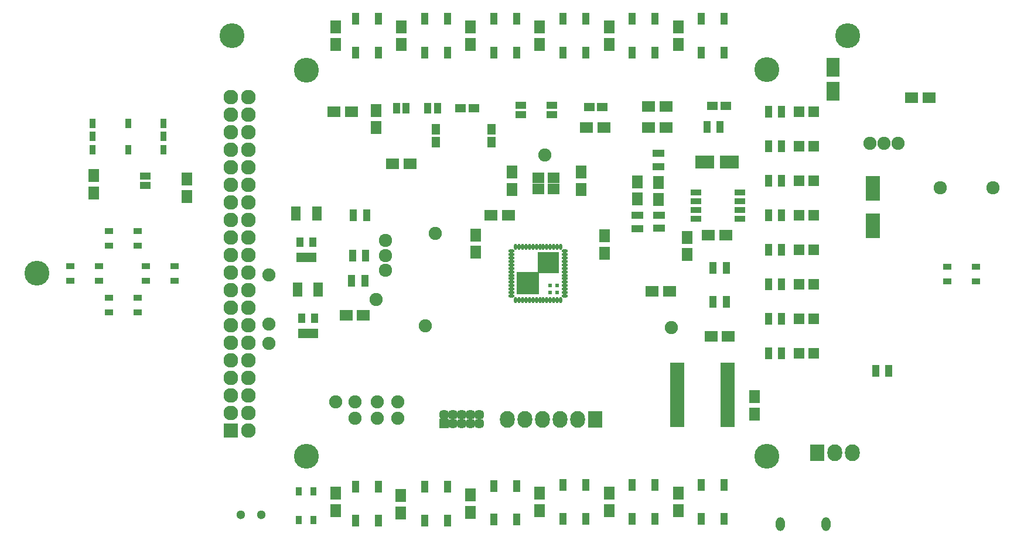
<source format=gts>
G04 #@! TF.GenerationSoftware,KiCad,Pcbnew,(2016-12-18 revision 3ffa37c)-master*
G04 #@! TF.CreationDate,2017-04-20T19:48:47-07:00*
G04 #@! TF.ProjectId,badge-kicad,62616467652D6B696361642E6B696361,rev?*
G04 #@! TF.FileFunction,Soldermask,Top*
G04 #@! TF.FilePolarity,Negative*
%FSLAX46Y46*%
G04 Gerber Fmt 4.6, Leading zero omitted, Abs format (unit mm)*
G04 Created by KiCad (PCBNEW (2016-12-18 revision 3ffa37c)-master) date Thursday, April 20, 2017 'PMt' 07:48:47 PM*
%MOMM*%
%LPD*%
G01*
G04 APERTURE LIST*
%ADD10C,0.150000*%
%ADD11R,0.564400X0.626900*%
%ADD12O,0.457200X0.914400*%
%ADD13O,0.914400X0.457200*%
%ADD14R,3.270000X3.270000*%
%ADD15R,3.120000X3.120000*%
%ADD16R,1.100000X1.700000*%
%ADD17R,1.650000X1.900000*%
%ADD18O,2.127200X2.432000*%
%ADD19R,2.127200X2.432000*%
%ADD20C,1.900000*%
%ADD21R,1.900000X1.650000*%
%ADD22R,1.600000X1.150000*%
%ADD23R,1.150000X1.600000*%
%ADD24C,3.600000*%
%ADD25O,1.299160X1.997660*%
%ADD26O,0.500006X1.200006*%
%ADD27R,2.753360X1.851660*%
%ADD28R,1.851660X2.753360*%
%ADD29R,1.997660X3.597860*%
%ADD30R,1.700000X1.100000*%
%ADD31R,1.543000X0.908000*%
%ADD32C,1.924000*%
%ADD33R,1.800000X1.600000*%
%ADD34R,0.900000X1.400000*%
%ADD35C,1.450000*%
%ADD36R,1.450000X1.450000*%
%ADD37O,2.127200X2.127200*%
%ADD38R,2.127200X2.127200*%
%ADD39C,1.300000*%
%ADD40R,2.150000X0.850000*%
%ADD41R,1.050000X1.460000*%
%ADD42R,1.400000X2.000000*%
%ADD43R,1.598880X1.598880*%
%ADD44R,1.598880X0.999440*%
%ADD45R,0.999440X1.598880*%
%ADD46R,0.901700X1.303020*%
%ADD47R,1.303020X0.901700*%
%ADD48R,1.102360X1.701800*%
G04 APERTURE END LIST*
D10*
D11*
X150539300Y-91932050D03*
X150539300Y-90932050D03*
X151539300Y-90932050D03*
X151539300Y-91932050D03*
D12*
X145539300Y-85304150D03*
X146039200Y-85304150D03*
X146539100Y-85304150D03*
X147039000Y-85304150D03*
X147538900Y-85304150D03*
X148038800Y-85304150D03*
X148538700Y-85304150D03*
X149038600Y-85304150D03*
X149538500Y-85304150D03*
X150038400Y-85304150D03*
X150538300Y-85304150D03*
X151038200Y-85304150D03*
X151538100Y-85304150D03*
X152038000Y-85304150D03*
X145539300Y-93059750D03*
X146039300Y-93059750D03*
X146539300Y-93059750D03*
X147039300Y-93059750D03*
X147539300Y-93059750D03*
X148039300Y-93059750D03*
X148539300Y-93059750D03*
X149039300Y-93059750D03*
X149539300Y-93059750D03*
X150039300Y-93059750D03*
X150539300Y-93059750D03*
X151039300Y-93059750D03*
X151539300Y-93059750D03*
X152039300Y-93059750D03*
D13*
X144900000Y-85932050D03*
X144900000Y-86432050D03*
X144900000Y-86932050D03*
X144900000Y-87432050D03*
X144900000Y-87932050D03*
X144900000Y-88432050D03*
X144900000Y-88932050D03*
X144900000Y-89432050D03*
X144900000Y-89932050D03*
X144900000Y-90432050D03*
X144900000Y-90932050D03*
X144900000Y-91432050D03*
X144900000Y-91932050D03*
X144900000Y-92432050D03*
X152655600Y-85932050D03*
X152655600Y-86432050D03*
X152655600Y-86932050D03*
X152655600Y-87432050D03*
X152655600Y-87932050D03*
X152655600Y-88432050D03*
X152655600Y-88932050D03*
X152655600Y-89432050D03*
X152655600Y-89932050D03*
X152655600Y-90432050D03*
X152655600Y-90932050D03*
X152655600Y-91432050D03*
X152655600Y-91932050D03*
X152655600Y-92432050D03*
D14*
X147277800Y-90600050D03*
D15*
X150227800Y-87631950D03*
D16*
X174080000Y-88362000D03*
X175980000Y-88362000D03*
D17*
X163170000Y-75902000D03*
X163170000Y-78402000D03*
D18*
X144330000Y-110262000D03*
X146870000Y-110262000D03*
X149410000Y-110262000D03*
X151950000Y-110262000D03*
X154490000Y-110262000D03*
D19*
X157030000Y-110262000D03*
D20*
X109868000Y-99276000D03*
X168034000Y-96990000D03*
X133930000Y-83362000D03*
X132474000Y-96736000D03*
X109868000Y-89370000D03*
X125362000Y-92926000D03*
X109868000Y-96482000D03*
D17*
X139770000Y-83622000D03*
X139770000Y-86122000D03*
X158355000Y-83737000D03*
X158355000Y-86237000D03*
D21*
X141990000Y-80762000D03*
X144490000Y-80762000D03*
D22*
X175880000Y-64962000D03*
X173980000Y-64962000D03*
D23*
X134030000Y-68312000D03*
X134030000Y-70212000D03*
D22*
X139480000Y-65262000D03*
X137580000Y-65262000D03*
D23*
X142030000Y-68312000D03*
X142030000Y-70212000D03*
D22*
X158080000Y-65062000D03*
X156180000Y-65062000D03*
D24*
X76340000Y-89116000D03*
D25*
X190429460Y-125461540D03*
X183830540Y-125461540D03*
D26*
X190430000Y-125462000D03*
X183830000Y-125462000D03*
D21*
X173400000Y-83592000D03*
X175900000Y-83592000D03*
D17*
X170320000Y-86462000D03*
X170320000Y-83962000D03*
X166220000Y-78492000D03*
X166220000Y-75992000D03*
D27*
X172902480Y-73072000D03*
X176397520Y-73072000D03*
D28*
X191430000Y-62809520D03*
X191430000Y-59314480D03*
D29*
X197130000Y-76864520D03*
X197130000Y-82259480D03*
D20*
X128530000Y-110162000D03*
X128530000Y-107762000D03*
X125530000Y-110162000D03*
X196736000Y-70320000D03*
X200800000Y-70320000D03*
X198768000Y-70320000D03*
X125530000Y-107762000D03*
X122330000Y-110162000D03*
X149780000Y-72012000D03*
X122330000Y-107762000D03*
X119530000Y-107762000D03*
D30*
X163170000Y-80762000D03*
X163170000Y-82662000D03*
X166170000Y-73692000D03*
X166170000Y-71792000D03*
D16*
X175080000Y-67962000D03*
X173180000Y-67962000D03*
D30*
X166270000Y-82642000D03*
X166270000Y-80742000D03*
D31*
X171625000Y-77417000D03*
X171625000Y-78687000D03*
X171625000Y-79957000D03*
X171625000Y-81227000D03*
X177975000Y-81227000D03*
X177975000Y-79957000D03*
X177975000Y-78687000D03*
X177975000Y-77417000D03*
D32*
X206930000Y-76762000D03*
X214530000Y-76762000D03*
D33*
X148830000Y-75362000D03*
X151030000Y-75362000D03*
X151030000Y-76962000D03*
X148830000Y-76962000D03*
D34*
X84430000Y-71262000D03*
X84430000Y-67462000D03*
X94630000Y-67462000D03*
X94630000Y-71262000D03*
X94630000Y-69362000D03*
X84430000Y-69362000D03*
X89530000Y-67462000D03*
X89530000Y-71262000D03*
D35*
X135180000Y-109642000D03*
X140260000Y-109642000D03*
X138990000Y-109642000D03*
X137720000Y-109642000D03*
X136450000Y-109642000D03*
X140260000Y-110912000D03*
X138990000Y-110912000D03*
X137720000Y-110912000D03*
X136450000Y-110912000D03*
D36*
X135180000Y-110912000D03*
D37*
X106940000Y-63640000D03*
X104400000Y-63640000D03*
X106940000Y-66180000D03*
X104400000Y-66180000D03*
X106940000Y-68720000D03*
X104400000Y-68720000D03*
X106940000Y-71260000D03*
X104400000Y-71260000D03*
X106940000Y-73800000D03*
X104400000Y-73800000D03*
X106940000Y-76340000D03*
X104400000Y-76340000D03*
X106940000Y-78880000D03*
X104400000Y-78880000D03*
X106940000Y-81420000D03*
X104400000Y-81420000D03*
X106940000Y-83960000D03*
X104400000Y-83960000D03*
X106940000Y-86500000D03*
X104400000Y-86500000D03*
X106940000Y-89040000D03*
X104400000Y-89040000D03*
X106940000Y-91580000D03*
X104400000Y-91580000D03*
X106940000Y-94120000D03*
X104400000Y-94120000D03*
X106940000Y-96660000D03*
X104400000Y-96660000D03*
X106940000Y-99200000D03*
X104400000Y-99200000D03*
X106940000Y-101740000D03*
X104400000Y-101740000D03*
X106940000Y-104280000D03*
X104400000Y-104280000D03*
X106940000Y-106820000D03*
X104400000Y-106820000D03*
X106940000Y-109360000D03*
X104400000Y-109360000D03*
X106940000Y-111900000D03*
D38*
X104400000Y-111900000D03*
D39*
X105780000Y-124087000D03*
X108780000Y-124087000D03*
D40*
X176130000Y-102537000D03*
X176130000Y-103187000D03*
X176130000Y-103837000D03*
X176130000Y-104487000D03*
X176130000Y-105137000D03*
X176130000Y-105787000D03*
X176130000Y-106437000D03*
X176130000Y-107087000D03*
X176130000Y-107737000D03*
X176130000Y-108387000D03*
X176130000Y-109037000D03*
X176130000Y-109687000D03*
X176130000Y-110337000D03*
X176130000Y-110987000D03*
X168930000Y-110987000D03*
X168930000Y-110337000D03*
X168930000Y-109687000D03*
X168930000Y-109037000D03*
X168930000Y-108387000D03*
X168930000Y-107737000D03*
X168930000Y-107087000D03*
X168930000Y-106437000D03*
X168930000Y-105787000D03*
X168930000Y-105137000D03*
X168930000Y-104487000D03*
X168930000Y-103837000D03*
X168930000Y-103187000D03*
X168930000Y-102537000D03*
D41*
X114580000Y-97862000D03*
X115530000Y-97862000D03*
X116480000Y-97862000D03*
X116480000Y-95662000D03*
X114580000Y-95662000D03*
X114330000Y-84662000D03*
X116230000Y-84662000D03*
X116230000Y-86862000D03*
X115280000Y-86862000D03*
X114330000Y-86862000D03*
D17*
X119530000Y-53512000D03*
X119530000Y-56012000D03*
X129030000Y-56012000D03*
X129030000Y-53512000D03*
X139030000Y-56012000D03*
X139030000Y-53512000D03*
X149030000Y-53512000D03*
X149030000Y-56012000D03*
X159030000Y-56012000D03*
X159030000Y-53512000D03*
X169030000Y-53512000D03*
X169030000Y-56012000D03*
X169030000Y-123512000D03*
X169030000Y-121012000D03*
X159030000Y-121012000D03*
X159030000Y-123512000D03*
X149030000Y-123512000D03*
X149030000Y-121012000D03*
X139030000Y-121262000D03*
X139030000Y-123762000D03*
X128930000Y-123812000D03*
X128930000Y-121312000D03*
X119530000Y-121012000D03*
X119530000Y-123512000D03*
D21*
X123530000Y-95262000D03*
X121030000Y-95262000D03*
D42*
X113780000Y-80512000D03*
X116780000Y-80512000D03*
X114030000Y-91512000D03*
X117030000Y-91512000D03*
D21*
X158280000Y-68012000D03*
X155780000Y-68012000D03*
D17*
X145030000Y-74512000D03*
X145030000Y-77012000D03*
D21*
X167280000Y-68012000D03*
X164780000Y-68012000D03*
X164780000Y-65012000D03*
X167280000Y-65012000D03*
X130280000Y-73262000D03*
X127780000Y-73262000D03*
D17*
X125370000Y-68072000D03*
X125370000Y-65572000D03*
D21*
X119280000Y-65762000D03*
X121780000Y-65762000D03*
D17*
X98030000Y-78012000D03*
X98030000Y-75512000D03*
X84530000Y-75012000D03*
X84530000Y-77512000D03*
D21*
X202780000Y-63762000D03*
X205280000Y-63762000D03*
X176280000Y-98262000D03*
X173780000Y-98262000D03*
X167780000Y-91762000D03*
X165280000Y-91762000D03*
D17*
X180030000Y-109512000D03*
X180030000Y-107012000D03*
X155030000Y-77012000D03*
X155030000Y-74512000D03*
D43*
X188579020Y-65762000D03*
X186480980Y-65762000D03*
X188579020Y-70762000D03*
X186480980Y-70762000D03*
X188579020Y-75762000D03*
X186480980Y-75762000D03*
X186480980Y-80762000D03*
X188579020Y-80762000D03*
X186480980Y-85762000D03*
X188579020Y-85762000D03*
X188579020Y-90762000D03*
X186480980Y-90762000D03*
X186480980Y-95762000D03*
X188579020Y-95762000D03*
X186480980Y-100762000D03*
X188579020Y-100762000D03*
D24*
X115330000Y-59762000D03*
X181830000Y-59662000D03*
X115330000Y-115662000D03*
X181830000Y-115662000D03*
X104530000Y-54762000D03*
X193530000Y-54762000D03*
D44*
X146280000Y-64810960D03*
X146280000Y-66213040D03*
X150780000Y-66213040D03*
X150780000Y-64810960D03*
D45*
X132828960Y-65262000D03*
X134231040Y-65262000D03*
X129731040Y-65262000D03*
X128328960Y-65262000D03*
D44*
X92030000Y-76463040D03*
X92030000Y-75060960D03*
D18*
X194210000Y-115162000D03*
X191670000Y-115162000D03*
D19*
X189130000Y-115162000D03*
D16*
X122080000Y-80762000D03*
X123980000Y-80762000D03*
X175980000Y-93262000D03*
X174080000Y-93262000D03*
X121830000Y-90262000D03*
X123730000Y-90262000D03*
X121980000Y-86562000D03*
X123880000Y-86562000D03*
X197580000Y-103262000D03*
X199480000Y-103262000D03*
X183980000Y-70762000D03*
X182080000Y-70762000D03*
X183980000Y-100762000D03*
X182080000Y-100762000D03*
X183980000Y-95762000D03*
X182080000Y-95762000D03*
X183980000Y-65762000D03*
X182080000Y-65762000D03*
X183980000Y-75762000D03*
X182080000Y-75762000D03*
X183980000Y-80762000D03*
X182080000Y-80762000D03*
X183980000Y-90762000D03*
X182080000Y-90762000D03*
X182080000Y-85762000D03*
X183980000Y-85762000D03*
D46*
X116354420Y-120689360D03*
X116354420Y-124834640D03*
X114205580Y-120689360D03*
X114205580Y-124834640D03*
D32*
X126730000Y-88712000D03*
X126730000Y-86562000D03*
X126730000Y-84412000D03*
D47*
X86779360Y-82999580D03*
X90924640Y-82999580D03*
X86779360Y-85148420D03*
X90924640Y-85148420D03*
X90924640Y-94800420D03*
X86779360Y-94800420D03*
X90924640Y-92651580D03*
X86779360Y-92651580D03*
X81191360Y-88079580D03*
X85336640Y-88079580D03*
X81191360Y-90228420D03*
X85336640Y-90228420D03*
X96258640Y-90228420D03*
X92113360Y-90228420D03*
X96258640Y-88079580D03*
X92113360Y-88079580D03*
X207957360Y-88187580D03*
X212102640Y-88187580D03*
X207957360Y-90336420D03*
X212102640Y-90336420D03*
D48*
X122381540Y-52313440D03*
X125678460Y-52313440D03*
X125678460Y-57210560D03*
X122381540Y-57210560D03*
X132381540Y-57210560D03*
X135678460Y-57210560D03*
X135678460Y-52313440D03*
X132381540Y-52313440D03*
X142381540Y-52313440D03*
X145678460Y-52313440D03*
X145678460Y-57210560D03*
X142381540Y-57210560D03*
X152381540Y-57210560D03*
X155678460Y-57210560D03*
X155678460Y-52313440D03*
X152381540Y-52313440D03*
X162381540Y-52313440D03*
X165678460Y-52313440D03*
X165678460Y-57210560D03*
X162381540Y-57210560D03*
X172381540Y-57210560D03*
X175678460Y-57210560D03*
X175678460Y-52313440D03*
X172381540Y-52313440D03*
X172381540Y-119813440D03*
X175678460Y-119813440D03*
X175678460Y-124710560D03*
X172381540Y-124710560D03*
X162381540Y-124710560D03*
X165678460Y-124710560D03*
X165678460Y-119813440D03*
X162381540Y-119813440D03*
X152381540Y-124710560D03*
X155678460Y-124710560D03*
X155678460Y-119813440D03*
X152381540Y-119813440D03*
X142381540Y-119913440D03*
X145678460Y-119913440D03*
X145678460Y-124810560D03*
X142381540Y-124810560D03*
X132381540Y-120063440D03*
X135678460Y-120063440D03*
X135678460Y-124960560D03*
X132381540Y-124960560D03*
X122381540Y-124960560D03*
X125678460Y-124960560D03*
X125678460Y-120063440D03*
X122381540Y-120063440D03*
M02*

</source>
